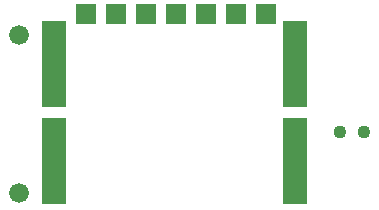
<source format=gbr>
G04 EAGLE Gerber RS-274X export*
G75*
%MOMM*%
%FSLAX34Y34*%
%LPD*%
%INSoldermask Bottom*%
%IPPOS*%
%AMOC8*
5,1,8,0,0,1.08239X$1,22.5*%
G01*
%ADD10C,1.676400*%
%ADD11C,1.108000*%
%ADD12R,1.676400X1.676400*%
%ADD13R,2.000000X7.400000*%


D10*
X30000Y148900D03*
X30000Y15000D03*
D11*
X302150Y66600D03*
X322150Y66600D03*
D12*
X238900Y166100D03*
X213500Y166100D03*
X188100Y166100D03*
X162700Y166100D03*
X137300Y166100D03*
X111900Y166100D03*
X86500Y166100D03*
D13*
X59900Y41600D03*
X263900Y41600D03*
X264100Y123700D03*
X60100Y123700D03*
M02*

</source>
